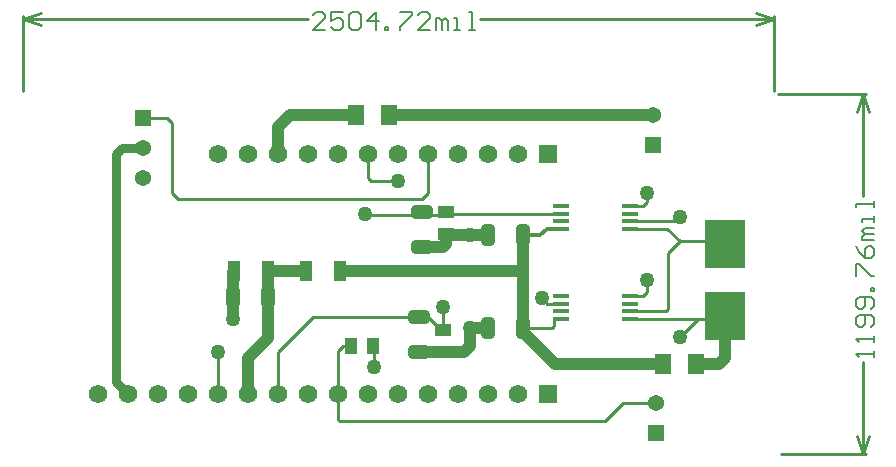
<source format=gtl>
G04*
G04 #@! TF.GenerationSoftware,Altium Limited,Altium Designer,21.6.4 (81)*
G04*
G04 Layer_Physical_Order=1*
G04 Layer_Color=255*
%FSLAX25Y25*%
%MOIN*%
G70*
G04*
G04 #@! TF.SameCoordinates,CDACAC81-B456-474A-B871-3F5FD81D5149*
G04*
G04*
G04 #@! TF.FilePolarity,Positive*
G04*
G01*
G75*
%ADD11C,0.00600*%
%ADD13C,0.01000*%
%ADD15R,0.05800X0.01400*%
%ADD16R,0.13465X0.16394*%
%ADD17R,0.05197X0.07087*%
%ADD18R,0.05591X0.03937*%
%ADD19R,0.03937X0.05591*%
%ADD20R,0.04134X0.06772*%
G04:AMPARAMS|DCode=21|XSize=71.65mil|YSize=45.28mil|CornerRadius=12.22mil|HoleSize=0mil|Usage=FLASHONLY|Rotation=270.000|XOffset=0mil|YOffset=0mil|HoleType=Round|Shape=RoundedRectangle|*
%AMROUNDEDRECTD21*
21,1,0.07165,0.02083,0,0,270.0*
21,1,0.04720,0.04528,0,0,270.0*
1,1,0.02445,-0.01041,-0.02360*
1,1,0.02445,-0.01041,0.02360*
1,1,0.02445,0.01041,0.02360*
1,1,0.02445,0.01041,-0.02360*
%
%ADD21ROUNDEDRECTD21*%
G04:AMPARAMS|DCode=22|XSize=71.65mil|YSize=45.28mil|CornerRadius=12.22mil|HoleSize=0mil|Usage=FLASHONLY|Rotation=0.000|XOffset=0mil|YOffset=0mil|HoleType=Round|Shape=RoundedRectangle|*
%AMROUNDEDRECTD22*
21,1,0.07165,0.02083,0,0,0.0*
21,1,0.04720,0.04528,0,0,0.0*
1,1,0.02445,0.02360,-0.01041*
1,1,0.02445,-0.02360,-0.01041*
1,1,0.02445,-0.02360,0.01041*
1,1,0.02445,0.02360,0.01041*
%
%ADD22ROUNDEDRECTD22*%
%ADD36C,0.04000*%
%ADD37C,0.01200*%
%ADD38C,0.03000*%
%ADD39C,0.06142*%
%ADD40R,0.06142X0.06142*%
%ADD41C,0.05394*%
%ADD42R,0.05394X0.05394*%
%ADD43C,0.05000*%
D11*
X283599Y32408D02*
Y34408D01*
Y33408D01*
X277601D01*
X278601Y32408D01*
X283599Y37407D02*
Y39406D01*
Y38407D01*
X277601D01*
X278601Y37407D01*
X282599Y42405D02*
X283599Y43405D01*
Y45404D01*
X282599Y46404D01*
X278601D01*
X277601Y45404D01*
Y43405D01*
X278601Y42405D01*
X279600D01*
X280600Y43405D01*
Y46404D01*
X282599Y48403D02*
X283599Y49403D01*
Y51402D01*
X282599Y52402D01*
X278601D01*
X277601Y51402D01*
Y49403D01*
X278601Y48403D01*
X279600D01*
X280600Y49403D01*
Y52402D01*
X283599Y54401D02*
X282599D01*
Y55401D01*
X283599D01*
Y54401D01*
X277601Y59400D02*
Y63398D01*
X278601D01*
X282599Y59400D01*
X283599D01*
X277601Y69396D02*
X278601Y67397D01*
X280600Y65398D01*
X282599D01*
X283599Y66397D01*
Y68397D01*
X282599Y69396D01*
X281600D01*
X280600Y68397D01*
Y65398D01*
X283599Y71396D02*
X279600D01*
Y72395D01*
X280600Y73395D01*
X283599D01*
X280600D01*
X279600Y74395D01*
X280600Y75394D01*
X283599D01*
Y77394D02*
Y79393D01*
Y78394D01*
X279600D01*
Y77394D01*
X283599Y82392D02*
Y84392D01*
Y83392D01*
X277601D01*
Y82392D01*
X100644Y141401D02*
X96645D01*
X100644Y145400D01*
Y146399D01*
X99644Y147399D01*
X97645D01*
X96645Y146399D01*
X106642Y147399D02*
X102643D01*
Y144400D01*
X104642Y145400D01*
X105642D01*
X106642Y144400D01*
Y142401D01*
X105642Y141401D01*
X103643D01*
X102643Y142401D01*
X108641Y146399D02*
X109641Y147399D01*
X111640D01*
X112640Y146399D01*
Y142401D01*
X111640Y141401D01*
X109641D01*
X108641Y142401D01*
Y146399D01*
X117638Y141401D02*
Y147399D01*
X114639Y144400D01*
X118638D01*
X120637Y141401D02*
Y142401D01*
X121637D01*
Y141401D01*
X120637D01*
X125636Y147399D02*
X129634D01*
Y146399D01*
X125636Y142401D01*
Y141401D01*
X135632D02*
X131634D01*
X135632Y145400D01*
Y146399D01*
X134633Y147399D01*
X132633D01*
X131634Y146399D01*
X137632Y141401D02*
Y145400D01*
X138631D01*
X139631Y144400D01*
Y141401D01*
Y144400D01*
X140631Y145400D01*
X141630Y144400D01*
Y141401D01*
X143630D02*
X145629D01*
X144629D01*
Y145400D01*
X143630D01*
X148628Y141401D02*
X150628D01*
X149628D01*
Y147399D01*
X148628D01*
D13*
X251571Y119988D02*
X281000D01*
X252571Y12D02*
X281000D01*
X280000Y85992D02*
Y119988D01*
Y12D02*
Y30808D01*
X278000Y113988D02*
X280000Y119988D01*
X282000Y113988D01*
X280000Y12D02*
X282000Y6012D01*
X278000D02*
X280000Y12D01*
X250472Y121087D02*
Y146000D01*
X0Y121000D02*
Y146000D01*
X152227Y145000D02*
X250472D01*
X0D02*
X95045D01*
X244472Y147000D02*
X250472Y145000D01*
X244472Y143000D02*
X250472Y145000D01*
X0D02*
X6000Y143000D01*
X0Y145000D02*
X6000Y147000D01*
X70053Y52346D02*
X70107Y52400D01*
X70000Y45000D02*
X70053Y45053D01*
X70107Y60855D02*
X70252Y61000D01*
X208000Y84000D02*
Y87000D01*
X202500Y82839D02*
X206839D01*
X208000Y84000D01*
X139847Y34154D02*
X140000Y34000D01*
X141000Y72319D02*
X141681Y73000D01*
X133000Y69153D02*
X133153Y69000D01*
X140835Y79847D02*
X141000Y79681D01*
X124000Y79847D02*
X140835D01*
X141000Y79681D02*
X141598Y80279D01*
X123923Y79923D02*
X124000Y79847D01*
X81800Y52400D02*
X81846Y52354D01*
X81748Y61000D02*
X81800Y60948D01*
X166847Y40681D02*
X168165Y42000D01*
X176339D01*
X173000Y52000D02*
X173082D01*
X174803Y50279D01*
X179500D01*
X225161Y45161D02*
X233161D01*
X219000Y39000D02*
X225161Y45161D01*
X177300D02*
X179500D01*
X177100Y44961D02*
X177300Y45161D01*
X177100Y42761D02*
Y44961D01*
X176339Y42000D02*
X177100Y42761D01*
X208000Y54000D02*
Y58000D01*
X202500Y52839D02*
X206839D01*
X208000Y54000D01*
X117000Y29000D02*
Y35681D01*
X116681Y36000D02*
X117000Y35681D01*
X233161Y45161D02*
X234000Y46000D01*
X219000Y71000D02*
X233000D01*
X234000Y70000D01*
X116000Y91000D02*
X125000D01*
X115000Y92000D02*
X116000Y91000D01*
X115000Y92000D02*
Y100000D01*
X49606Y87242D02*
Y110394D01*
X40000Y112000D02*
X48000D01*
X49606Y110394D01*
Y87242D02*
X51848Y85000D01*
X133000D01*
X135000Y87000D02*
Y100000D01*
X133000Y85000D02*
X135000Y87000D01*
X194000Y11000D02*
X200000Y17000D01*
X211000D01*
X105000Y11586D02*
X105586Y11000D01*
X194000D01*
X105000Y11586D02*
Y20000D01*
X114077Y79923D02*
X123923D01*
X114000Y80000D02*
X114077Y79923D01*
X65000Y20000D02*
Y34000D01*
X85000Y20000D02*
Y34000D01*
X96846Y45847D02*
X130000D01*
X85000Y34000D02*
X96846Y45847D01*
X105000Y20000D02*
Y34414D01*
X106586Y36000D01*
X109319D01*
X135083Y45847D02*
X137705Y43224D01*
Y42831D02*
X139173Y41362D01*
X130000Y45847D02*
X135083D01*
X137705Y42831D02*
Y43224D01*
X139173Y41362D02*
X140000D01*
Y49000D01*
X129847Y34000D02*
X130000Y34154D01*
X141598Y80279D02*
X179500D01*
X179339Y45000D02*
X179500Y45161D01*
X216638Y77720D02*
X217918Y79000D01*
X219000D01*
X202500Y77720D02*
X216638D01*
X202500Y75161D02*
X214839D01*
X219000Y71000D01*
X202500Y45161D02*
X225161D01*
X214414Y47721D02*
X215000Y48306D01*
X202500Y47721D02*
X214414D01*
X215000Y48306D02*
Y67000D01*
X231787Y53000D02*
X232000Y52787D01*
X215000Y67000D02*
X219000Y71000D01*
D15*
X179500Y45161D02*
D03*
Y47721D02*
D03*
Y50279D02*
D03*
Y52839D02*
D03*
X202500D02*
D03*
Y50279D02*
D03*
Y47721D02*
D03*
Y45161D02*
D03*
Y75161D02*
D03*
Y77720D02*
D03*
Y80279D02*
D03*
Y82839D02*
D03*
X179500D02*
D03*
Y80279D02*
D03*
Y77720D02*
D03*
Y75161D02*
D03*
D16*
X234000Y70000D02*
D03*
Y46000D02*
D03*
D17*
X122000Y113000D02*
D03*
X111016D02*
D03*
X213508Y30000D02*
D03*
X224492D02*
D03*
D18*
X141000Y73319D02*
D03*
Y80681D02*
D03*
X140000Y41362D02*
D03*
Y34000D02*
D03*
D19*
X116681Y36000D02*
D03*
X109319D02*
D03*
D20*
X94252Y61000D02*
D03*
X105748D02*
D03*
X81748D02*
D03*
X70252D02*
D03*
D21*
X155154Y42000D02*
D03*
X166847D02*
D03*
X70107Y52400D02*
D03*
X81800D02*
D03*
X155154Y73000D02*
D03*
X166847D02*
D03*
D22*
X133000Y69153D02*
D03*
Y80847D02*
D03*
X132000Y45847D02*
D03*
Y34154D02*
D03*
D36*
X70053Y45053D02*
Y52346D01*
X70107Y52400D02*
Y60855D01*
X132000Y34154D02*
X139847D01*
X140000Y34000D02*
X147000D01*
X149000Y36000D01*
Y42000D01*
X141681Y73000D02*
X149000D01*
X141000Y70000D02*
Y72319D01*
X133153Y69000D02*
X140000D01*
X141000Y70000D01*
X149000Y73000D02*
X155154D01*
X81846Y38846D02*
Y52354D01*
X81800Y52400D02*
Y60948D01*
X105748Y61000D02*
X166847D01*
Y73000D01*
Y42000D02*
Y61000D01*
X149000Y42000D02*
X155154D01*
X166847Y40681D02*
X177528Y30000D01*
X213508D01*
X166847Y40681D02*
Y42000D01*
X224492Y30000D02*
X232000D01*
X234000Y32000D02*
Y46000D01*
X232000Y30000D02*
X234000Y32000D01*
X85000Y100000D02*
Y109000D01*
X89000Y113000D02*
X111016D01*
X85000Y109000D02*
X89000Y113000D01*
X75000Y20000D02*
Y32000D01*
X81846Y38846D01*
X81748Y61000D02*
X94252D01*
X122000Y113000D02*
X210000D01*
D37*
X166847Y73000D02*
X172394D01*
X174555Y75161D01*
X179500D01*
D38*
X31000Y24000D02*
X35000Y20000D01*
X31000Y24000D02*
Y100000D01*
X33000Y102000D01*
X40000D01*
D39*
X65000Y100000D02*
D03*
X75000D02*
D03*
X125000D02*
D03*
X115000D02*
D03*
X105000D02*
D03*
X95000D02*
D03*
X85000D02*
D03*
X165000D02*
D03*
X155000D02*
D03*
X145000D02*
D03*
X135000D02*
D03*
X25000Y20000D02*
D03*
X35000D02*
D03*
X45000D02*
D03*
X55000D02*
D03*
X65000D02*
D03*
X75000D02*
D03*
X85000D02*
D03*
X95000D02*
D03*
X105000D02*
D03*
X115000D02*
D03*
X125000D02*
D03*
X135000D02*
D03*
X145000D02*
D03*
X155000D02*
D03*
X165000D02*
D03*
D40*
X175000Y100000D02*
D03*
Y20000D02*
D03*
D41*
X210000Y113000D02*
D03*
X40000Y92000D02*
D03*
Y102000D02*
D03*
X211000Y17000D02*
D03*
D42*
X210000Y103000D02*
D03*
X40000Y112000D02*
D03*
X211000Y7000D02*
D03*
D43*
X70000Y45000D02*
D03*
X208000Y87000D02*
D03*
X149000Y73000D02*
D03*
Y42000D02*
D03*
X173000Y52000D02*
D03*
X208000Y58000D02*
D03*
X117000Y29000D02*
D03*
X125000Y91000D02*
D03*
X114000Y80000D02*
D03*
X65000Y34000D02*
D03*
X140000Y49000D02*
D03*
X219000Y39000D02*
D03*
Y79000D02*
D03*
M02*

</source>
